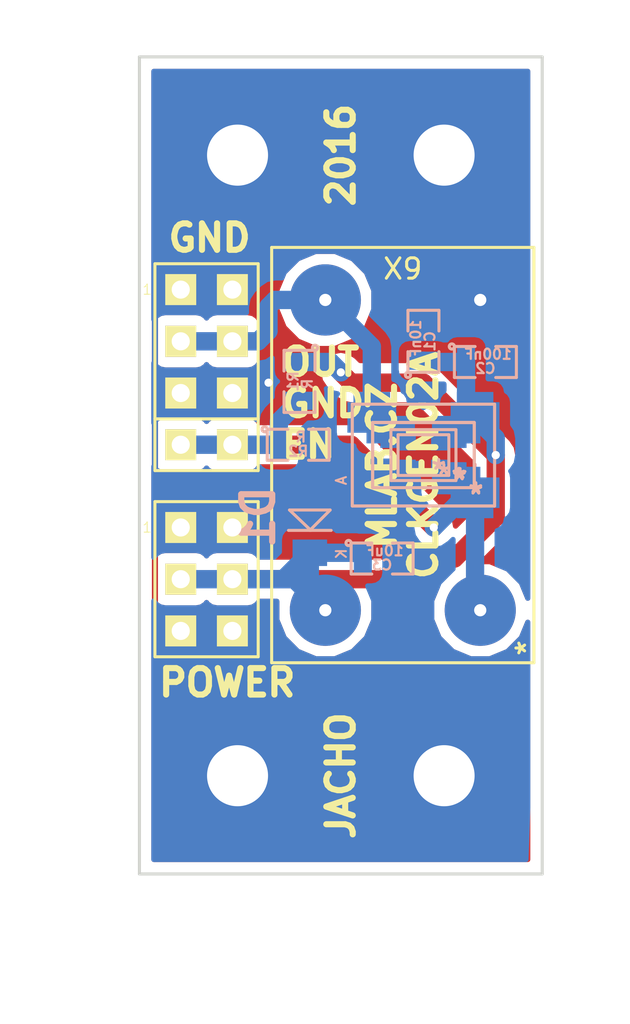
<source format=kicad_pcb>
(kicad_pcb (version 4) (host pcbnew 4.0.3-stable)

  (general
    (links 58)
    (no_connects 0)
    (area -6.604 -43.18 24.384001 7.112001)
    (thickness 1.6)
    (drawings 13)
    (tracks 76)
    (zones 0)
    (modules 21)
    (nets 5)
  )

  (page A4)
  (layers
    (0 F.Cu signal)
    (31 B.Cu signal)
    (32 B.Adhes user)
    (33 F.Adhes user)
    (34 B.Paste user)
    (35 F.Paste user)
    (36 B.SilkS user)
    (37 F.SilkS user)
    (38 B.Mask user)
    (39 F.Mask user)
    (40 Dwgs.User user)
    (41 Cmts.User user)
    (42 Eco1.User user)
    (43 Eco2.User user)
    (44 Edge.Cuts user)
    (45 Margin user)
    (46 B.CrtYd user)
    (47 F.CrtYd user)
    (48 B.Fab user)
    (49 F.Fab user)
  )

  (setup
    (last_trace_width 0.25)
    (user_trace_width 0.3)
    (user_trace_width 0.4)
    (user_trace_width 0.5)
    (user_trace_width 0.6)
    (user_trace_width 0.7)
    (user_trace_width 0.8)
    (user_trace_width 0.9)
    (trace_clearance 0.2)
    (zone_clearance 0.508)
    (zone_45_only no)
    (trace_min 0.2)
    (segment_width 0.2)
    (edge_width 0.15)
    (via_size 0.8)
    (via_drill 0.4)
    (via_min_size 0.4)
    (via_min_drill 0.3)
    (uvia_size 0.3)
    (uvia_drill 0.1)
    (uvias_allowed no)
    (uvia_min_size 0.2)
    (uvia_min_drill 0.1)
    (pcb_text_width 0.3)
    (pcb_text_size 1.5 1.5)
    (mod_edge_width 0.15)
    (mod_text_size 1 1)
    (mod_text_width 0.15)
    (pad_size 6 6)
    (pad_drill 3)
    (pad_to_mask_clearance 0.2)
    (aux_axis_origin 0 0)
    (visible_elements 7FFFFF7F)
    (pcbplotparams
      (layerselection 0x010e0_80000001)
      (usegerberextensions false)
      (excludeedgelayer true)
      (linewidth 0.500000)
      (plotframeref false)
      (viasonmask false)
      (mode 1)
      (useauxorigin false)
      (hpglpennumber 1)
      (hpglpenspeed 20)
      (hpglpendiameter 15)
      (hpglpenoverlay 2)
      (psnegative false)
      (psa4output false)
      (plotreference true)
      (plotvalue true)
      (plotinvisibletext false)
      (padsonsilk false)
      (subtractmaskfromsilk false)
      (outputformat 1)
      (mirror false)
      (drillshape 0)
      (scaleselection 1)
      (outputdirectory ../CAM_PROFI/))
  )

  (net 0 "")
  (net 1 VCC)
  (net 2 GND)
  (net 3 /EN)
  (net 4 /OUT)

  (net_class Default "Toto je výchozí třída sítě."
    (clearance 0.2)
    (trace_width 0.25)
    (via_dia 0.8)
    (via_drill 0.4)
    (uvia_dia 0.3)
    (uvia_drill 0.1)
    (add_net /EN)
    (add_net /OUT)
    (add_net GND)
    (add_net VCC)
  )

  (module Mlab_R:SMD-0805 (layer B.Cu) (tedit 54799E0C) (tstamp 57D25475)
    (at 14.224 -26.416 90)
    (path /57D269CE)
    (attr smd)
    (fp_text reference C1 (at 0 0.3175 90) (layer B.SilkS)
      (effects (font (size 0.50038 0.50038) (thickness 0.10922)) (justify mirror))
    )
    (fp_text value 10nF (at 0.127 -0.381 90) (layer B.SilkS)
      (effects (font (size 0.50038 0.50038) (thickness 0.10922)) (justify mirror))
    )
    (fp_circle (center -1.651 -0.762) (end -1.651 -0.635) (layer B.SilkS) (width 0.15))
    (fp_line (start -0.508 -0.762) (end -1.524 -0.762) (layer B.SilkS) (width 0.15))
    (fp_line (start -1.524 -0.762) (end -1.524 0.762) (layer B.SilkS) (width 0.15))
    (fp_line (start -1.524 0.762) (end -0.508 0.762) (layer B.SilkS) (width 0.15))
    (fp_line (start 0.508 0.762) (end 1.524 0.762) (layer B.SilkS) (width 0.15))
    (fp_line (start 1.524 0.762) (end 1.524 -0.762) (layer B.SilkS) (width 0.15))
    (fp_line (start 1.524 -0.762) (end 0.508 -0.762) (layer B.SilkS) (width 0.15))
    (pad 1 smd rect (at -0.9525 0 90) (size 0.889 1.397) (layers B.Cu B.Paste B.Mask)
      (net 1 VCC))
    (pad 2 smd rect (at 0.9525 0 90) (size 0.889 1.397) (layers B.Cu B.Paste B.Mask)
      (net 2 GND))
    (model MLAB_3D/Resistors/chip_cms.wrl
      (at (xyz 0 0 0))
      (scale (xyz 0.1 0.1 0.1))
      (rotate (xyz 0 0 0))
    )
  )

  (module Mlab_R:SMD-0805 (layer B.Cu) (tedit 54799E0C) (tstamp 57D2547B)
    (at 17.272 -25.4)
    (path /57D26AA8)
    (attr smd)
    (fp_text reference C2 (at 0 0.3175) (layer B.SilkS)
      (effects (font (size 0.50038 0.50038) (thickness 0.10922)) (justify mirror))
    )
    (fp_text value 100nF (at 0.127 -0.381) (layer B.SilkS)
      (effects (font (size 0.50038 0.50038) (thickness 0.10922)) (justify mirror))
    )
    (fp_circle (center -1.651 -0.762) (end -1.651 -0.635) (layer B.SilkS) (width 0.15))
    (fp_line (start -0.508 -0.762) (end -1.524 -0.762) (layer B.SilkS) (width 0.15))
    (fp_line (start -1.524 -0.762) (end -1.524 0.762) (layer B.SilkS) (width 0.15))
    (fp_line (start -1.524 0.762) (end -0.508 0.762) (layer B.SilkS) (width 0.15))
    (fp_line (start 0.508 0.762) (end 1.524 0.762) (layer B.SilkS) (width 0.15))
    (fp_line (start 1.524 0.762) (end 1.524 -0.762) (layer B.SilkS) (width 0.15))
    (fp_line (start 1.524 -0.762) (end 0.508 -0.762) (layer B.SilkS) (width 0.15))
    (pad 1 smd rect (at -0.9525 0) (size 0.889 1.397) (layers B.Cu B.Paste B.Mask)
      (net 1 VCC))
    (pad 2 smd rect (at 0.9525 0) (size 0.889 1.397) (layers B.Cu B.Paste B.Mask)
      (net 2 GND))
    (model MLAB_3D/Resistors/chip_cms.wrl
      (at (xyz 0 0 0))
      (scale (xyz 0.1 0.1 0.1))
      (rotate (xyz 0 0 0))
    )
  )

  (module Mlab_R:SMD-0805 (layer B.Cu) (tedit 54799E0C) (tstamp 57D25481)
    (at 12.192 -15.748)
    (path /57D26AEE)
    (attr smd)
    (fp_text reference C3 (at 0 0.3175) (layer B.SilkS)
      (effects (font (size 0.50038 0.50038) (thickness 0.10922)) (justify mirror))
    )
    (fp_text value 10uF (at 0.127 -0.381) (layer B.SilkS)
      (effects (font (size 0.50038 0.50038) (thickness 0.10922)) (justify mirror))
    )
    (fp_circle (center -1.651 -0.762) (end -1.651 -0.635) (layer B.SilkS) (width 0.15))
    (fp_line (start -0.508 -0.762) (end -1.524 -0.762) (layer B.SilkS) (width 0.15))
    (fp_line (start -1.524 -0.762) (end -1.524 0.762) (layer B.SilkS) (width 0.15))
    (fp_line (start -1.524 0.762) (end -0.508 0.762) (layer B.SilkS) (width 0.15))
    (fp_line (start 0.508 0.762) (end 1.524 0.762) (layer B.SilkS) (width 0.15))
    (fp_line (start 1.524 0.762) (end 1.524 -0.762) (layer B.SilkS) (width 0.15))
    (fp_line (start 1.524 -0.762) (end 0.508 -0.762) (layer B.SilkS) (width 0.15))
    (pad 1 smd rect (at -0.9525 0) (size 0.889 1.397) (layers B.Cu B.Paste B.Mask)
      (net 1 VCC))
    (pad 2 smd rect (at 0.9525 0) (size 0.889 1.397) (layers B.Cu B.Paste B.Mask)
      (net 2 GND))
    (model MLAB_3D/Resistors/chip_cms.wrl
      (at (xyz 0 0 0))
      (scale (xyz 0.1 0.1 0.1))
      (rotate (xyz 0 0 0))
    )
  )

  (module Mlab_Pin_Headers:Straight_2x03 (layer F.Cu) (tedit 55DC1460) (tstamp 57D25491)
    (at 3.556 -14.732)
    (descr "pin header straight 2x03")
    (tags "pin header straight 2x03")
    (path /57D2642C)
    (fp_text reference J1 (at 0 -5.08) (layer F.SilkS) hide
      (effects (font (size 1.5 1.5) (thickness 0.15)))
    )
    (fp_text value JUMP_3X2 (at 0 5.08) (layer F.SilkS) hide
      (effects (font (size 1.5 1.5) (thickness 0.15)))
    )
    (fp_text user 1 (at -2.921 -2.54) (layer F.SilkS)
      (effects (font (size 0.5 0.5) (thickness 0.05)))
    )
    (fp_line (start -2.54 -3.81) (end 2.54 -3.81) (layer F.SilkS) (width 0.15))
    (fp_line (start 2.54 -3.81) (end 2.54 3.81) (layer F.SilkS) (width 0.15))
    (fp_line (start 2.54 3.81) (end -2.54 3.81) (layer F.SilkS) (width 0.15))
    (fp_line (start -2.54 3.81) (end -2.54 -3.81) (layer F.SilkS) (width 0.15))
    (pad 1 thru_hole rect (at -1.27 -2.54) (size 1.524 1.524) (drill 0.889) (layers *.Cu *.Mask F.SilkS)
      (net 2 GND))
    (pad 2 thru_hole rect (at 1.27 -2.54) (size 1.524 1.524) (drill 0.889) (layers *.Cu *.Mask F.SilkS)
      (net 2 GND))
    (pad 3 thru_hole rect (at -1.27 0) (size 1.524 1.524) (drill 0.889) (layers *.Cu *.Mask F.SilkS)
      (net 1 VCC))
    (pad 4 thru_hole rect (at 1.27 0) (size 1.524 1.524) (drill 0.889) (layers *.Cu *.Mask F.SilkS)
      (net 1 VCC))
    (pad 5 thru_hole rect (at -1.27 2.54) (size 1.524 1.524) (drill 0.889) (layers *.Cu *.Mask F.SilkS)
      (net 2 GND))
    (pad 6 thru_hole rect (at 1.27 2.54) (size 1.524 1.524) (drill 0.889) (layers *.Cu *.Mask F.SilkS)
      (net 2 GND))
    (model Pin_Headers/Pin_Header_Straight_2x03.wrl
      (at (xyz 0 0 0))
      (scale (xyz 1 1 1))
      (rotate (xyz 0 0 90))
    )
  )

  (module Mlab_Pin_Headers:Straight_2x03 (layer F.Cu) (tedit 55DC1460) (tstamp 57D254A0)
    (at 3.556 -26.416)
    (descr "pin header straight 2x03")
    (tags "pin header straight 2x03")
    (path /57D273F3)
    (fp_text reference J3 (at 0 -5.08) (layer F.SilkS) hide
      (effects (font (size 1.5 1.5) (thickness 0.15)))
    )
    (fp_text value JUMP_3X2 (at 0 5.08) (layer F.SilkS) hide
      (effects (font (size 1.5 1.5) (thickness 0.15)))
    )
    (fp_text user 1 (at -2.921 -2.54) (layer F.SilkS)
      (effects (font (size 0.5 0.5) (thickness 0.05)))
    )
    (fp_line (start -2.54 -3.81) (end 2.54 -3.81) (layer F.SilkS) (width 0.15))
    (fp_line (start 2.54 -3.81) (end 2.54 3.81) (layer F.SilkS) (width 0.15))
    (fp_line (start 2.54 3.81) (end -2.54 3.81) (layer F.SilkS) (width 0.15))
    (fp_line (start -2.54 3.81) (end -2.54 -3.81) (layer F.SilkS) (width 0.15))
    (pad 1 thru_hole rect (at -1.27 -2.54) (size 1.524 1.524) (drill 0.889) (layers *.Cu *.Mask F.SilkS)
      (net 2 GND))
    (pad 2 thru_hole rect (at 1.27 -2.54) (size 1.524 1.524) (drill 0.889) (layers *.Cu *.Mask F.SilkS)
      (net 2 GND))
    (pad 3 thru_hole rect (at -1.27 0) (size 1.524 1.524) (drill 0.889) (layers *.Cu *.Mask F.SilkS)
      (net 4 /OUT))
    (pad 4 thru_hole rect (at 1.27 0) (size 1.524 1.524) (drill 0.889) (layers *.Cu *.Mask F.SilkS)
      (net 4 /OUT))
    (pad 5 thru_hole rect (at -1.27 2.54) (size 1.524 1.524) (drill 0.889) (layers *.Cu *.Mask F.SilkS)
      (net 2 GND))
    (pad 6 thru_hole rect (at 1.27 2.54) (size 1.524 1.524) (drill 0.889) (layers *.Cu *.Mask F.SilkS)
      (net 2 GND))
    (model Pin_Headers/Pin_Header_Straight_2x03.wrl
      (at (xyz 0 0 0))
      (scale (xyz 1 1 1))
      (rotate (xyz 0 0 90))
    )
  )

  (module Mlab_Mechanical:MountingHole_3mm placed (layer F.Cu) (tedit 5535DB2C) (tstamp 57D254A5)
    (at 5.08 -5.08)
    (descr "Mounting hole, Befestigungsbohrung, 3mm, No Annular, Kein Restring,")
    (tags "Mounting hole, Befestigungsbohrung, 3mm, No Annular, Kein Restring,")
    (path /57D299A2)
    (fp_text reference M1 (at 0 -4.191) (layer F.SilkS) hide
      (effects (font (thickness 0.3048)))
    )
    (fp_text value HOLE (at 0 4.191) (layer F.SilkS) hide
      (effects (font (thickness 0.3048)))
    )
    (fp_circle (center 0 0) (end 2.99974 0) (layer Cmts.User) (width 0.381))
    (pad 1 thru_hole circle (at 0 0) (size 6 6) (drill 3) (layers *.Cu *.Adhes *.Mask)
      (net 2 GND) (clearance 1) (zone_connect 2))
  )

  (module Mlab_Mechanical:MountingHole_3mm placed (layer F.Cu) (tedit 5535DB2C) (tstamp 57D254AA)
    (at 5.08 -35.56)
    (descr "Mounting hole, Befestigungsbohrung, 3mm, No Annular, Kein Restring,")
    (tags "Mounting hole, Befestigungsbohrung, 3mm, No Annular, Kein Restring,")
    (path /57D2A387)
    (fp_text reference M2 (at 0 -4.191) (layer F.SilkS) hide
      (effects (font (thickness 0.3048)))
    )
    (fp_text value HOLE (at 0 4.191) (layer F.SilkS) hide
      (effects (font (thickness 0.3048)))
    )
    (fp_circle (center 0 0) (end 2.99974 0) (layer Cmts.User) (width 0.381))
    (pad 1 thru_hole circle (at 0 0) (size 6 6) (drill 3) (layers *.Cu *.Adhes *.Mask)
      (net 2 GND) (clearance 1) (zone_connect 2))
  )

  (module Mlab_Mechanical:MountingHole_3mm placed (layer F.Cu) (tedit 5535DB2C) (tstamp 57D254AF)
    (at 15.24 -5.08)
    (descr "Mounting hole, Befestigungsbohrung, 3mm, No Annular, Kein Restring,")
    (tags "Mounting hole, Befestigungsbohrung, 3mm, No Annular, Kein Restring,")
    (path /57D2A075)
    (fp_text reference M3 (at 0 -4.191) (layer F.SilkS) hide
      (effects (font (thickness 0.3048)))
    )
    (fp_text value HOLE (at 0 4.191) (layer F.SilkS) hide
      (effects (font (thickness 0.3048)))
    )
    (fp_circle (center 0 0) (end 2.99974 0) (layer Cmts.User) (width 0.381))
    (pad 1 thru_hole circle (at 0 0) (size 6 6) (drill 3) (layers *.Cu *.Adhes *.Mask)
      (net 2 GND) (clearance 1) (zone_connect 2))
  )

  (module Mlab_Mechanical:MountingHole_3mm placed (layer F.Cu) (tedit 5535DB2C) (tstamp 57D254B4)
    (at 15.24 -35.56)
    (descr "Mounting hole, Befestigungsbohrung, 3mm, No Annular, Kein Restring,")
    (tags "Mounting hole, Befestigungsbohrung, 3mm, No Annular, Kein Restring,")
    (path /57D2A395)
    (fp_text reference M4 (at 0 -4.191) (layer F.SilkS) hide
      (effects (font (thickness 0.3048)))
    )
    (fp_text value HOLE (at 0 4.191) (layer F.SilkS) hide
      (effects (font (thickness 0.3048)))
    )
    (fp_circle (center 0 0) (end 2.99974 0) (layer Cmts.User) (width 0.381))
    (pad 1 thru_hole circle (at 0 0) (size 6 6) (drill 3) (layers *.Cu *.Adhes *.Mask)
      (net 2 GND) (clearance 1) (zone_connect 2))
  )

  (module Mlab_R:SMD-0805 (layer B.Cu) (tedit 54799E0C) (tstamp 57D254BA)
    (at 8.128 -24.4475 270)
    (path /57D25C77)
    (attr smd)
    (fp_text reference R1 (at 0 0.3175 270) (layer B.SilkS)
      (effects (font (size 0.50038 0.50038) (thickness 0.10922)) (justify mirror))
    )
    (fp_text value R (at 0.127 -0.381 270) (layer B.SilkS)
      (effects (font (size 0.50038 0.50038) (thickness 0.10922)) (justify mirror))
    )
    (fp_circle (center -1.651 -0.762) (end -1.651 -0.635) (layer B.SilkS) (width 0.15))
    (fp_line (start -0.508 -0.762) (end -1.524 -0.762) (layer B.SilkS) (width 0.15))
    (fp_line (start -1.524 -0.762) (end -1.524 0.762) (layer B.SilkS) (width 0.15))
    (fp_line (start -1.524 0.762) (end -0.508 0.762) (layer B.SilkS) (width 0.15))
    (fp_line (start 0.508 0.762) (end 1.524 0.762) (layer B.SilkS) (width 0.15))
    (fp_line (start 1.524 0.762) (end 1.524 -0.762) (layer B.SilkS) (width 0.15))
    (fp_line (start 1.524 -0.762) (end 0.508 -0.762) (layer B.SilkS) (width 0.15))
    (pad 1 smd rect (at -0.9525 0 270) (size 0.889 1.397) (layers B.Cu B.Paste B.Mask)
      (net 1 VCC))
    (pad 2 smd rect (at 0.9525 0 270) (size 0.889 1.397) (layers B.Cu B.Paste B.Mask)
      (net 3 /EN))
    (model MLAB_3D/Resistors/chip_cms.wrl
      (at (xyz 0 0 0))
      (scale (xyz 0.1 0.1 0.1))
      (rotate (xyz 0 0 0))
    )
  )

  (module Mlab_R:SMD-0805 (layer B.Cu) (tedit 54799E0C) (tstamp 57D254C0)
    (at 8.0645 -21.336)
    (path /57D25CC8)
    (attr smd)
    (fp_text reference R2 (at 0 0.3175) (layer B.SilkS)
      (effects (font (size 0.50038 0.50038) (thickness 0.10922)) (justify mirror))
    )
    (fp_text value R (at 0.127 -0.381) (layer B.SilkS)
      (effects (font (size 0.50038 0.50038) (thickness 0.10922)) (justify mirror))
    )
    (fp_circle (center -1.651 -0.762) (end -1.651 -0.635) (layer B.SilkS) (width 0.15))
    (fp_line (start -0.508 -0.762) (end -1.524 -0.762) (layer B.SilkS) (width 0.15))
    (fp_line (start -1.524 -0.762) (end -1.524 0.762) (layer B.SilkS) (width 0.15))
    (fp_line (start -1.524 0.762) (end -0.508 0.762) (layer B.SilkS) (width 0.15))
    (fp_line (start 0.508 0.762) (end 1.524 0.762) (layer B.SilkS) (width 0.15))
    (fp_line (start 1.524 0.762) (end 1.524 -0.762) (layer B.SilkS) (width 0.15))
    (fp_line (start 1.524 -0.762) (end 0.508 -0.762) (layer B.SilkS) (width 0.15))
    (pad 1 smd rect (at -0.9525 0) (size 0.889 1.397) (layers B.Cu B.Paste B.Mask)
      (net 3 /EN))
    (pad 2 smd rect (at 0.9525 0) (size 0.889 1.397) (layers B.Cu B.Paste B.Mask)
      (net 2 GND))
    (model MLAB_3D/Resistors/chip_cms.wrl
      (at (xyz 0 0 0))
      (scale (xyz 0.1 0.1 0.1))
      (rotate (xyz 0 0 0))
    )
  )

  (module Mlab_XTAL:ASFL1 (layer B.Cu) (tedit 57D290C2) (tstamp 57D254CD)
    (at 14.224 -20.828 180)
    (path /57D140B9)
    (fp_text reference X1 (at 0 2.794 180) (layer B.SilkS) hide
      (effects (font (size 1 1) (thickness 0.15)) (justify mirror))
    )
    (fp_text value "ASFL1, ASFLK" (at 0 -2.794 180) (layer B.SilkS) hide
      (effects (font (size 1 1) (thickness 0.15)) (justify mirror))
    )
    (fp_text user * (at -1.7399 -1.1938 180) (layer B.SilkS)
      (effects (font (size 1 1) (thickness 0.15)) (justify mirror))
    )
    (fp_line (start -2.5 1.6) (end 2.5 1.6) (layer B.SilkS) (width 0.15))
    (fp_line (start 2.5 1.6) (end 2.5 -1.6) (layer B.SilkS) (width 0.15))
    (fp_line (start 2.5 -1.6) (end -2.5 -1.6) (layer B.SilkS) (width 0.15))
    (fp_line (start -2.5 -1.6) (end -2.5 1.6) (layer B.SilkS) (width 0.15))
    (pad 1 smd rect (at -1.27 -1.1 180) (size 1.7 1.5) (layers B.Cu B.Paste B.Mask)
      (net 3 /EN))
    (pad 2 smd rect (at 1.27 -1.1 180) (size 1.7 1.5) (layers B.Cu B.Paste B.Mask)
      (net 2 GND))
    (pad 3 smd rect (at 1.27 1.1 180) (size 1.7 1.5) (layers B.Cu B.Paste B.Mask)
      (net 4 /OUT))
    (pad 4 smd rect (at -1.27 1.1 180) (size 1.7 1.5) (layers B.Cu B.Paste B.Mask)
      (net 1 VCC))
  )

  (module Mlab_XTAL:CFPS-72,73 (layer B.Cu) (tedit 57D290D2) (tstamp 57D254DA)
    (at 14.224 -20.828 180)
    (tags CFPS-72,73)
    (path /57D14167)
    (fp_text reference X2 (at 1.1811 1.4351 180) (layer B.SilkS) hide
      (effects (font (size 1 1) (thickness 0.15)) (justify mirror))
    )
    (fp_text value CFPS-72,CFPS-73 (at 1.1557 -0.254 180) (layer B.SilkS) hide
      (effects (font (size 1 1) (thickness 0.15)) (justify mirror))
    )
    (fp_text user * (at -2.5781 -1.905 180) (layer B.SilkS)
      (effects (font (size 1 1) (thickness 0.15)) (justify mirror))
    )
    (fp_line (start -3.5 2.5) (end 3.5 2.5) (layer B.SilkS) (width 0.15))
    (fp_line (start 3.5 2.5) (end 3.5 -2.5) (layer B.SilkS) (width 0.15))
    (fp_line (start 3.5 -2.5) (end -3.5 -2.5) (layer B.SilkS) (width 0.15))
    (fp_line (start -3.5 -2.5) (end -3.5 2.5) (layer B.SilkS) (width 0.15))
    (pad 1 smd rect (at -2.54 -2.1 180) (size 1.8 2) (layers B.Cu B.Paste B.Mask)
      (net 3 /EN))
    (pad 2 smd rect (at 2.54 -2.1 180) (size 1.8 2) (layers B.Cu B.Paste B.Mask)
      (net 2 GND))
    (pad 3 smd rect (at 2.54 2.1 180) (size 1.8 2) (layers B.Cu B.Paste B.Mask)
      (net 4 /OUT))
    (pad 4 smd rect (at -2.54 2.1 180) (size 1.8 2) (layers B.Cu B.Paste B.Mask)
      (net 1 VCC))
  )

  (module Mlab_XTAL:ISM92 (layer B.Cu) (tedit 57D290B6) (tstamp 57D254E7)
    (at 14.224 -20.828 180)
    (tags ISM92)
    (path /57D1428F)
    (fp_text reference X3 (at 0.3048 2.7178 180) (layer B.SilkS) hide
      (effects (font (size 1 1) (thickness 0.15)) (justify mirror))
    )
    (fp_text value ISM92 (at 1.5494 -2.794 180) (layer B.SilkS) hide
      (effects (font (size 1 1) (thickness 0.15)) (justify mirror))
    )
    (fp_text user * (at -1.8034 -1.2065 180) (layer B.SilkS)
      (effects (font (size 1 1) (thickness 0.15)) (justify mirror))
    )
    (fp_line (start -2.5 1.6) (end 2.5 1.6) (layer B.SilkS) (width 0.15))
    (fp_line (start 2.5 1.6) (end 2.5 -1.6) (layer B.SilkS) (width 0.15))
    (fp_line (start 2.5 -1.6) (end -2.5 -1.6) (layer B.SilkS) (width 0.15))
    (fp_line (start -2.5 -1.6) (end -2.5 1.6) (layer B.SilkS) (width 0.15))
    (pad 1 smd rect (at -1.45 -1.25 180) (size 1.6 1.35) (layers B.Cu B.Paste B.Mask)
      (net 3 /EN))
    (pad 2 smd rect (at 1.45 -1.25 180) (size 1.6 1.35) (layers B.Cu B.Paste B.Mask)
      (net 2 GND))
    (pad 3 smd rect (at 1.45 1.25 180) (size 1.6 1.35) (layers B.Cu B.Paste B.Mask)
      (net 4 /OUT))
    (pad 4 smd rect (at -1.45 1.25 180) (size 1.6 1.35) (layers B.Cu B.Paste B.Mask)
      (net 1 VCC))
  )

  (module Mlab_XTAL:ISM97 (layer B.Cu) (tedit 57D290DA) (tstamp 57D254F4)
    (at 14.224 -20.828 180)
    (tags ISM97)
    (path /57D144BA)
    (fp_text reference X4 (at 0.9144 1.9177 180) (layer B.SilkS) hide
      (effects (font (size 1 1) (thickness 0.15)) (justify mirror))
    )
    (fp_text value ISM97 (at 1.4351 -2.0066 180) (layer B.SilkS) hide
      (effects (font (size 1 1) (thickness 0.15)) (justify mirror))
    )
    (fp_text user * (at -1.0033 -1.0033 180) (layer B.SilkS)
      (effects (font (size 1 1) (thickness 0.15)) (justify mirror))
    )
    (fp_line (start -1.6 1.25) (end 1.6 1.25) (layer B.SilkS) (width 0.15))
    (fp_line (start 1.6 1.25) (end 1.6 -1.25) (layer B.SilkS) (width 0.15))
    (fp_line (start 1.6 -1.25) (end -1.6 -1.25) (layer B.SilkS) (width 0.15))
    (fp_line (start -1.6 -1.25) (end -1.6 1.25) (layer B.SilkS) (width 0.15))
    (pad 1 smd rect (at -1.3 -1 180) (size 1.4 1.3) (layers B.Cu B.Paste B.Mask)
      (net 3 /EN))
    (pad 2 smd rect (at 1.3 -1 180) (size 1.4 1.3) (layers B.Cu B.Paste B.Mask)
      (net 2 GND))
    (pad 3 smd rect (at 1.3 1 180) (size 1.4 1.3) (layers B.Cu B.Paste B.Mask)
      (net 4 /OUT))
    (pad 4 smd rect (at -1.3 1 180) (size 1.4 1.3) (layers B.Cu B.Paste B.Mask)
      (net 1 VCC))
  )

  (module Mlab_XTAL:I533_1534_1733_1734 (layer B.Cu) (tedit 57D290C9) (tstamp 57D2550E)
    (at 14.224 -20.828 180)
    (tags I533/1534/1733/1734)
    (path /57D141F8)
    (fp_text reference X6 (at 0.254 0.5334 180) (layer B.SilkS) hide
      (effects (font (size 1 1) (thickness 0.15)) (justify mirror))
    )
    (fp_text value I533_I534_I733_I734_Series (at 0.889 -3.1496 180) (layer B.SilkS) hide
      (effects (font (size 1 1) (thickness 0.15)) (justify mirror))
    )
    (fp_text user * (at -1.7653 -1.2827 180) (layer B.SilkS)
      (effects (font (size 1 1) (thickness 0.15)) (justify mirror))
    )
    (fp_line (start -2.5 1.6) (end 2.5 1.6) (layer B.SilkS) (width 0.15))
    (fp_line (start 2.5 1.6) (end 2.5 -1.6) (layer B.SilkS) (width 0.15))
    (fp_line (start 2.5 -1.6) (end -2.5 -1.6) (layer B.SilkS) (width 0.15))
    (fp_line (start -2.5 -1.6) (end -2.5 1.6) (layer B.SilkS) (width 0.15))
    (pad 1 smd rect (at -2 -1.25 180) (size 1.6 1.35) (layers B.Cu B.Paste B.Mask)
      (net 3 /EN))
    (pad 2 smd rect (at 2 -1.25 180) (size 1.6 1.35) (layers B.Cu B.Paste B.Mask)
      (net 2 GND))
    (pad 3 smd rect (at 2 1.25 180) (size 1.6 1.35) (layers B.Cu B.Paste B.Mask)
      (net 4 /OUT))
    (pad 4 smd rect (at -2 1.25 180) (size 1.6 1.35) (layers B.Cu B.Paste B.Mask)
      (net 1 VCC))
  )

  (module Mlab_XTAL:ISM81 (layer B.Cu) (tedit 57D290CE) (tstamp 57D2551B)
    (at 14.224 -20.828 180)
    (tags ISM81)
    (path /57D1425E)
    (fp_text reference X7 (at -0.127 1.5113 180) (layer B.SilkS) hide
      (effects (font (size 1 1) (thickness 0.15)) (justify mirror))
    )
    (fp_text value ISM81 (at 0.6096 -0.635 180) (layer B.SilkS) hide
      (effects (font (size 1 1) (thickness 0.15)) (justify mirror))
    )
    (fp_text user * (at -2.5781 -1.9812 180) (layer B.SilkS)
      (effects (font (size 1 1) (thickness 0.15)) (justify mirror))
    )
    (fp_line (start -3.5 2.5) (end 3.5 2.5) (layer B.SilkS) (width 0.15))
    (fp_line (start 3.5 2.5) (end 3.5 -2.5) (layer B.SilkS) (width 0.15))
    (fp_line (start 3.5 -2.5) (end -3.5 -2.5) (layer B.SilkS) (width 0.15))
    (fp_line (start -3.5 -2.5) (end -3.5 2.5) (layer B.SilkS) (width 0.15))
    (pad 1 smd rect (at -2.54 -1.85 180) (size 2.4 1.5) (layers B.Cu B.Paste B.Mask)
      (net 3 /EN))
    (pad 2 smd rect (at 2.54 -1.85 180) (size 2.4 1.5) (layers B.Cu B.Paste B.Mask)
      (net 2 GND))
    (pad 3 smd rect (at 2.54 1.85 180) (size 2.4 1.5) (layers B.Cu B.Paste B.Mask)
      (net 4 /OUT))
    (pad 4 smd rect (at -2.54 1.85 180) (size 2.4 1.5) (layers B.Cu B.Paste B.Mask)
      (net 1 VCC))
  )

  (module Mlab_XTAL:ISM95 (layer B.Cu) (tedit 57D290D6) (tstamp 57D25528)
    (at 14.224 -20.828 180)
    (tags ISM95)
    (path /57D14302)
    (fp_text reference X8 (at 0.9144 1.9177 180) (layer B.SilkS) hide
      (effects (font (size 1 1) (thickness 0.15)) (justify mirror))
    )
    (fp_text value ISM95 (at 1.4351 -2.0066 180) (layer B.SilkS) hide
      (effects (font (size 1 1) (thickness 0.15)) (justify mirror))
    )
    (fp_text user * (at -0.7493 -0.762 180) (layer B.SilkS)
      (effects (font (size 1 1) (thickness 0.15)) (justify mirror))
    )
    (fp_line (start -1.25 1) (end 1.25 1) (layer B.SilkS) (width 0.15))
    (fp_line (start 1.25 1) (end 1.25 -1) (layer B.SilkS) (width 0.15))
    (fp_line (start 1.25 -1) (end -1.25 -1) (layer B.SilkS) (width 0.15))
    (fp_line (start -1.25 -1) (end -1.25 1) (layer B.SilkS) (width 0.15))
    (pad 1 smd rect (at -0.825 -0.625 180) (size 0.9 0.8) (layers B.Cu B.Paste B.Mask)
      (net 3 /EN))
    (pad 2 smd rect (at 0.825 -0.625 180) (size 0.9 0.8) (layers B.Cu B.Paste B.Mask)
      (net 2 GND))
    (pad 3 smd rect (at 0.825 0.625 180) (size 0.9 0.8) (layers B.Cu B.Paste B.Mask)
      (net 4 /OUT))
    (pad 4 smd rect (at -0.825 0.625 180) (size 0.9 0.8) (layers B.Cu B.Paste B.Mask)
      (net 1 VCC))
  )

  (module Mlab_XTAL:OSC-F (layer F.Cu) (tedit 57D64AB1) (tstamp 57D25535)
    (at 13.208 -20.828 90)
    (tags OSC-F)
    (path /57D2949D)
    (fp_text reference X9 (at 9.144 0 180) (layer F.SilkS)
      (effects (font (size 1 1) (thickness 0.15)))
    )
    (fp_text value OSC-F (at 0.6731 1.0033 90) (layer F.SilkS) hide
      (effects (font (size 1 1) (thickness 0.15)))
    )
    (fp_text user * (at -9.4742 6.1087 90) (layer F.SilkS)
      (effects (font (size 1 1) (thickness 0.15)))
    )
    (fp_line (start -10.2 -6.45) (end 10.2 -6.45) (layer F.SilkS) (width 0.15))
    (fp_line (start 10.2 -6.45) (end 10.2 6.45) (layer F.SilkS) (width 0.15))
    (fp_line (start 10.2 6.45) (end -10.2 6.45) (layer F.SilkS) (width 0.15))
    (fp_line (start -10.2 6.45) (end -10.2 -6.45) (layer F.SilkS) (width 0.15))
    (pad 1 thru_hole circle (at -7.62 3.81 90) (size 3.5 3.5) (drill 0.6) (layers *.Cu *.Mask)
      (net 3 /EN))
    (pad 2 thru_hole circle (at 7.62 3.81 90) (size 3.5 3.5) (drill 0.6) (layers *.Cu *.Mask)
      (net 2 GND))
    (pad 3 thru_hole circle (at 7.62 -3.81 90) (size 3.5 3.5) (drill 0.6) (layers *.Cu *.Mask)
      (net 4 /OUT))
    (pad 4 thru_hole circle (at -7.62 -3.81 90) (size 3.5 3.5) (drill 0.6) (layers *.Cu *.Mask)
      (net 1 VCC))
  )

  (module Mlab_Pin_Headers:Straight_1x02 (layer F.Cu) (tedit 5535DB0D) (tstamp 57D25622)
    (at 3.556 -21.336 90)
    (descr "pin header straight 1x02")
    (tags "pin header straight 1x02")
    (path /57D25FB0)
    (fp_text reference J2 (at 0 -3.81 90) (layer F.SilkS) hide
      (effects (font (size 1.5 1.5) (thickness 0.15)))
    )
    (fp_text value JUMP_2x1 (at 0 3.81 90) (layer F.SilkS) hide
      (effects (font (size 1.5 1.5) (thickness 0.15)))
    )
    (fp_text user 1 (at -1.651 -1.27 90) (layer F.SilkS) hide
      (effects (font (size 0.5 0.5) (thickness 0.05)))
    )
    (fp_line (start -1.27 -2.54) (end 1.27 -2.54) (layer F.SilkS) (width 0.15))
    (fp_line (start 1.27 -2.54) (end 1.27 2.54) (layer F.SilkS) (width 0.15))
    (fp_line (start 1.27 2.54) (end -1.27 2.54) (layer F.SilkS) (width 0.15))
    (fp_line (start -1.27 2.54) (end -1.27 -2.54) (layer F.SilkS) (width 0.15))
    (pad 2 thru_hole rect (at 0 1.27 90) (size 1.524 1.524) (drill 0.889) (layers *.Cu *.Mask F.SilkS)
      (net 3 /EN))
    (pad 1 thru_hole rect (at 0 -1.27 90) (size 1.524 1.524) (drill 0.889) (layers *.Cu *.Mask F.SilkS)
      (net 3 /EN))
    (model Pin_Headers/Pin_Header_Straight_1x02.wrl
      (at (xyz 0 0 0))
      (scale (xyz 1 1 1))
      (rotate (xyz 0 0 90))
    )
  )

  (module Mlab_D:Diode-MiniMELF_Standard (layer B.Cu) (tedit 57D29160) (tstamp 57D25487)
    (at 8.636 -17.78 270)
    (descr "Diode Mini-MELF Standard")
    (tags "Diode Mini-MELF Standard")
    (path /57D26757)
    (attr smd)
    (fp_text reference D1 (at 0 2.54 270) (layer B.SilkS)
      (effects (font (thickness 0.3048)) (justify mirror))
    )
    (fp_text value BZV55C (at 0 -3.81 270) (layer B.SilkS) hide
      (effects (font (thickness 0.3048)) (justify mirror))
    )
    (fp_line (start 0.65024 -0.0508) (end -0.35052 1.00076) (layer B.SilkS) (width 0.15))
    (fp_line (start -0.35052 1.00076) (end -0.35052 -1.00076) (layer B.SilkS) (width 0.15))
    (fp_line (start -0.35052 -1.00076) (end 0.65024 0) (layer B.SilkS) (width 0.15))
    (fp_line (start 0.65024 1.04902) (end 0.65024 -1.04902) (layer B.SilkS) (width 0.15))
    (fp_text user A (at -1.80086 -1.5494 270) (layer B.SilkS)
      (effects (font (size 0.50038 0.50038) (thickness 0.09906)) (justify mirror))
    )
    (fp_text user K (at 1.80086 -1.5494 270) (layer B.SilkS)
      (effects (font (size 0.50038 0.50038) (thickness 0.09906)) (justify mirror))
    )
    (fp_circle (center 0 0) (end 0 -0.55118) (layer B.Adhes) (width 0.381))
    (fp_circle (center 0 0) (end 0 -0.20066) (layer B.Adhes) (width 0.381))
    (pad 2 smd rect (at -1.75006 0 270) (size 1.30048 1.69926) (layers B.Cu B.Paste B.Mask)
      (net 2 GND))
    (pad 1 smd rect (at 1.75006 0 270) (size 1.30048 1.69926) (layers B.Cu B.Paste B.Mask)
      (net 1 VCC))
    (model MLAB_3D/Diodes/MiniMELF_DO213AA.wrl
      (at (xyz 0 0 0))
      (scale (xyz 0.3937 0.3937 0.3937))
      (rotate (xyz 0 0 0))
    )
  )

  (gr_text CLKGEN02A (at 14.224 -20.32 90) (layer F.SilkS)
    (effects (font (size 1.3 1.3) (thickness 0.3)))
  )
  (gr_text 2016 (at 10.16 -35.56 90) (layer F.SilkS)
    (effects (font (size 1.3 1.3) (thickness 0.3)))
  )
  (gr_text JACHO (at 10.16 -5.08 90) (layer F.SilkS)
    (effects (font (size 1.3 1.3) (thickness 0.3)))
  )
  (gr_text MLAB.CZ (at 12.192 -20.32 90) (layer F.SilkS)
    (effects (font (size 1.3 1.3) (thickness 0.3)))
  )
  (gr_text GND (at 1.524 -31.496) (layer F.SilkS)
    (effects (font (size 1.3 1.3) (thickness 0.3)) (justify left))
  )
  (gr_text OUT (at 7.112 -25.4) (layer F.SilkS)
    (effects (font (size 1.3 1.3) (thickness 0.3)) (justify left))
  )
  (gr_text GND (at 7.112 -23.368) (layer F.SilkS)
    (effects (font (size 1.3 1.3) (thickness 0.3)) (justify left))
  )
  (gr_text EN (at 7.112 -21.336) (layer F.SilkS)
    (effects (font (size 1.3 1.3) (thickness 0.3)) (justify left))
  )
  (gr_text POWER (at 4.572 -9.652) (layer F.SilkS)
    (effects (font (size 1.3 1.3) (thickness 0.3)))
  )
  (gr_line (start 0.254 -40.386) (end 20.066 -40.386) (angle 90) (layer Edge.Cuts) (width 0.15))
  (gr_line (start 20.066 -0.254) (end 20.066 -40.386) (angle 90) (layer Edge.Cuts) (width 0.15))
  (gr_line (start 0.254 -0.254) (end 20.066 -0.254) (angle 90) (layer Edge.Cuts) (width 0.15))
  (gr_line (start 0.254 -40.386) (end 0.254 -0.254) (angle 90) (layer Edge.Cuts) (width 0.15))

  (segment (start 10.668 -24.384) (end 14.224 -24.384) (width 0.9) (layer F.Cu) (net 1))
  (segment (start 14.224 -24.384) (end 17.78 -20.828) (width 0.9) (layer F.Cu) (net 1))
  (segment (start 10.16 -24.892) (end 10.668 -24.384) (width 0.9) (layer F.Cu) (net 1))
  (segment (start 8.128 -25.4) (end 9.652 -25.4) (width 0.9) (layer B.Cu) (net 1))
  (segment (start 9.652 -25.4) (end 10.16 -24.892) (width 0.9) (layer B.Cu) (net 1))
  (via (at 10.16 -24.892) (size 0.8) (drill 0.4) (layers F.Cu B.Cu) (net 1))
  (via (at 17.78 -20.828) (size 0.8) (drill 0.4) (layers F.Cu B.Cu) (net 1))
  (segment (start 16.3195 -25.4) (end 14.2875 -25.4) (width 0.9) (layer B.Cu) (net 1))
  (segment (start 14.2875 -25.4) (end 14.224 -25.4635) (width 0.9) (layer B.Cu) (net 1))
  (segment (start 16.3195 -25.4) (end 16.3195 -23.1225) (width 0.9) (layer B.Cu) (net 1))
  (segment (start 16.3195 -23.1225) (end 16.764 -22.678) (width 0.9) (layer B.Cu) (net 1))
  (segment (start 17.78 -20.828) (end 17.78 -21.662) (width 0.9) (layer B.Cu) (net 1))
  (segment (start 17.78 -21.662) (end 16.764 -22.678) (width 0.9) (layer B.Cu) (net 1))
  (segment (start 15.832009 -15.832009) (end 17.78 -17.78) (width 0.9) (layer F.Cu) (net 1))
  (segment (start 17.78 -17.78) (end 17.78 -20.828) (width 0.9) (layer F.Cu) (net 1))
  (via (at 17.78 -20.828) (size 0.6) (drill 0.4) (layers F.Cu B.Cu) (net 1))
  (segment (start 15.748 -15.748) (end 15.832009 -15.832009) (width 0.9) (layer F.Cu) (net 1))
  (segment (start 14.763648 -15.748) (end 15.748 -15.748) (width 0.9) (layer F.Cu) (net 1))
  (segment (start 4.826 -14.732) (end 13.747648 -14.732) (width 0.9) (layer F.Cu) (net 1))
  (segment (start 13.747648 -14.732) (end 14.763648 -15.748) (width 0.9) (layer F.Cu) (net 1))
  (segment (start 8.636 -16.02994) (end 10.95756 -16.02994) (width 0.9) (layer B.Cu) (net 1))
  (segment (start 10.95756 -16.02994) (end 11.2395 -15.748) (width 0.9) (layer B.Cu) (net 1))
  (segment (start 4.826 -14.732) (end 7.874 -14.732) (width 0.9) (layer B.Cu) (net 1))
  (segment (start 7.874 -14.732) (end 9.398 -13.208) (width 0.9) (layer B.Cu) (net 1))
  (segment (start 8.636 -16.02994) (end 8.636 -13.97) (width 0.9) (layer B.Cu) (net 1))
  (segment (start 8.636 -13.97) (end 9.398 -13.208) (width 0.9) (layer B.Cu) (net 1))
  (segment (start 4.826 -14.732) (end 7.33806 -14.732) (width 0.9) (layer B.Cu) (net 1))
  (segment (start 7.33806 -14.732) (end 8.636 -16.02994) (width 0.9) (layer B.Cu) (net 1))
  (segment (start 2.286 -14.732) (end 4.826 -14.732) (width 0.9) (layer B.Cu) (net 1))
  (segment (start 1.016 -23.668) (end 1.016 -19.604) (width 0.3) (layer F.Cu) (net 2))
  (segment (start 1.016 -19.604) (end 2.286 -18.334) (width 0.3) (layer F.Cu) (net 2))
  (segment (start 2.286 -18.334) (end 2.286 -17.272) (width 0.3) (layer F.Cu) (net 2))
  (segment (start 1.224 -23.876) (end 1.016 -23.668) (width 0.3) (layer F.Cu) (net 2))
  (segment (start 1.016 -28.748) (end 1.016 -24.084) (width 0.3) (layer F.Cu) (net 2))
  (segment (start 1.016 -24.084) (end 1.224 -23.876) (width 0.3) (layer F.Cu) (net 2))
  (segment (start 1.224 -23.876) (end 2.286 -23.876) (width 0.3) (layer F.Cu) (net 2))
  (segment (start 2.286 -28.956) (end 1.224 -28.956) (width 0.3) (layer F.Cu) (net 2))
  (segment (start 1.224 -28.956) (end 1.016 -28.748) (width 0.3) (layer F.Cu) (net 2))
  (segment (start 1.016 -17.064) (end 1.016 -12.4) (width 0.3) (layer F.Cu) (net 2))
  (segment (start 1.224 -12.192) (end 2.286 -12.192) (width 0.3) (layer F.Cu) (net 2))
  (segment (start 1.016 -12.4) (end 1.224 -12.192) (width 0.3) (layer F.Cu) (net 2))
  (segment (start 2.286 -17.272) (end 1.224 -17.272) (width 0.3) (layer F.Cu) (net 2))
  (segment (start 1.224 -17.272) (end 1.016 -17.064) (width 0.3) (layer F.Cu) (net 2))
  (segment (start 1.016 -23.668) (end 1.016 -19.604) (width 0.3) (layer B.Cu) (net 2))
  (segment (start 1.016 -19.604) (end 2.286 -18.334) (width 0.3) (layer B.Cu) (net 2))
  (segment (start 2.286 -18.334) (end 2.286 -17.272) (width 0.3) (layer B.Cu) (net 2))
  (segment (start 1.224 -23.876) (end 1.016 -23.668) (width 0.3) (layer B.Cu) (net 2))
  (segment (start 1.016 -24.084) (end 1.016 -28.748) (width 0.3) (layer B.Cu) (net 2))
  (segment (start 1.016 -28.748) (end 1.224 -28.956) (width 0.3) (layer B.Cu) (net 2))
  (segment (start 1.224 -28.956) (end 2.286 -28.956) (width 0.3) (layer B.Cu) (net 2))
  (segment (start 2.286 -23.876) (end 1.224 -23.876) (width 0.3) (layer B.Cu) (net 2))
  (segment (start 1.224 -23.876) (end 1.016 -24.084) (width 0.3) (layer B.Cu) (net 2))
  (segment (start 4.826 -23.876) (end 6.096 -23.876) (width 0.9) (layer F.Cu) (net 2))
  (segment (start 6.096 -23.876) (end 6.604 -24.384) (width 0.9) (layer F.Cu) (net 2))
  (via (at 6.604 -24.384) (size 0.8) (drill 0.4) (layers F.Cu B.Cu) (net 2))
  (segment (start 12.224 -19.578) (end 12.224 -19.518) (width 0.9) (layer B.Cu) (net 2))
  (segment (start 12.224 -19.518) (end 11.684 -18.978) (width 0.9) (layer B.Cu) (net 2))
  (segment (start 4.826 -21.336) (end 2.286 -21.336) (width 0.9) (layer B.Cu) (net 3))
  (segment (start 7.112 -21.336) (end 7.112 -22.479) (width 0.9) (layer B.Cu) (net 3))
  (segment (start 7.112 -22.479) (end 8.128 -23.495) (width 0.9) (layer B.Cu) (net 3))
  (segment (start 7.112 -21.336) (end 4.826 -21.336) (width 0.9) (layer B.Cu) (net 3))
  (segment (start 14.732 -17.272) (end 10.668 -21.336) (width 0.9) (layer F.Cu) (net 3))
  (segment (start 10.668 -21.336) (end 4.826 -21.336) (width 0.9) (layer F.Cu) (net 3))
  (segment (start 16.764 -18.978) (end 16.438 -18.978) (width 0.9) (layer B.Cu) (net 3))
  (segment (start 16.438 -18.978) (end 14.732 -17.272) (width 0.9) (layer B.Cu) (net 3))
  (via (at 14.732 -17.272) (size 0.8) (drill 0.4) (layers F.Cu B.Cu) (net 3))
  (segment (start 16.764 -18.978) (end 16.764 -13.462) (width 0.9) (layer B.Cu) (net 3))
  (segment (start 16.764 -13.462) (end 17.018 -13.208) (width 0.9) (layer B.Cu) (net 3))
  (segment (start 4.826 -26.416) (end 2.286 -26.416) (width 0.9) (layer B.Cu) (net 4))
  (segment (start 6.096 -26.416) (end 4.826 -26.416) (width 0.9) (layer B.Cu) (net 4))
  (segment (start 6.604 -26.924) (end 6.096 -26.416) (width 0.9) (layer B.Cu) (net 4))
  (segment (start 6.604 -28.128873) (end 6.604 -26.924) (width 0.9) (layer B.Cu) (net 4))
  (segment (start 9.398 -28.448) (end 6.923127 -28.448) (width 0.9) (layer B.Cu) (net 4))
  (segment (start 6.923127 -28.448) (end 6.604 -28.128873) (width 0.9) (layer B.Cu) (net 4))
  (segment (start 11.684 -22.678) (end 11.684 -26.162) (width 0.9) (layer B.Cu) (net 4))
  (segment (start 11.684 -26.162) (end 9.398 -28.448) (width 0.9) (layer B.Cu) (net 4))

  (zone (net 2) (net_name GND) (layer B.Cu) (tstamp 57D6459E) (hatch edge 0.508)
    (connect_pads yes (clearance 0.508))
    (min_thickness 0.254)
    (fill yes (arc_segments 16) (thermal_gap 0.508) (thermal_bridge_width 0.508))
    (polygon
      (pts
        (xy -1.016 -41.148) (xy 20.828 -41.148) (xy 19.304 1.524) (xy -2.032 2.032)
      )
    )
    (filled_polygon
      (pts
        (xy 9.744789 -23.889591) (xy 9.996624 -23.839498) (xy 9.887569 -23.67989) (xy 9.83656 -23.428) (xy 9.83656 -21.928)
        (xy 9.880838 -21.692683) (xy 10.01991 -21.476559) (xy 10.23211 -21.331569) (xy 10.484 -21.28056) (xy 10.799599 -21.28056)
        (xy 10.820838 -21.167683) (xy 10.95991 -20.951559) (xy 11.17211 -20.806569) (xy 11.424 -20.75556) (xy 11.621248 -20.75556)
        (xy 11.63991 -20.726559) (xy 11.85211 -20.581569) (xy 12.104 -20.53056) (xy 12.588821 -20.53056) (xy 12.69711 -20.456569)
        (xy 12.949 -20.40556) (xy 13.849 -20.40556) (xy 13.95156 -20.424858) (xy 13.95156 -19.803) (xy 13.995838 -19.567683)
        (xy 13.99656 -19.566561) (xy 13.99656 -18.978) (xy 14.040838 -18.742683) (xy 14.17991 -18.526559) (xy 14.341635 -18.416057)
        (xy 13.964789 -18.039211) (xy 13.729591 -17.687211) (xy 13.647 -17.272) (xy 13.729591 -16.856789) (xy 13.964789 -16.504789)
        (xy 14.316789 -16.269591) (xy 14.732 -16.187) (xy 15.147211 -16.269591) (xy 15.499211 -16.504789) (xy 15.679 -16.684578)
        (xy 15.679 -15.235311) (xy 15.668771 -15.231084) (xy 14.997274 -14.560758) (xy 14.633415 -13.684487) (xy 14.632587 -12.735675)
        (xy 14.994916 -11.858771) (xy 15.665242 -11.187274) (xy 16.541513 -10.823415) (xy 17.490325 -10.822587) (xy 18.367229 -11.184916)
        (xy 19.038726 -11.855242) (xy 19.356 -12.619324) (xy 19.356 -3.490262) (xy 19.265776 -0.964) (xy 0.964 -0.964)
        (xy 0.964 -13.667607) (xy 1.05991 -13.518559) (xy 1.27211 -13.373569) (xy 1.524 -13.32256) (xy 3.048 -13.32256)
        (xy 3.283317 -13.366838) (xy 3.499441 -13.50591) (xy 3.555374 -13.58777) (xy 3.59991 -13.518559) (xy 3.81211 -13.373569)
        (xy 4.064 -13.32256) (xy 5.588 -13.32256) (xy 5.823317 -13.366838) (xy 6.039441 -13.50591) (xy 6.135844 -13.647)
        (xy 7.013382 -13.647) (xy 7.012587 -12.735675) (xy 7.374916 -11.858771) (xy 8.045242 -11.187274) (xy 8.921513 -10.823415)
        (xy 9.870325 -10.822587) (xy 10.747229 -11.184916) (xy 11.418726 -11.855242) (xy 11.782585 -12.731513) (xy 11.783413 -13.680325)
        (xy 11.485198 -14.40206) (xy 11.684 -14.40206) (xy 11.919317 -14.446338) (xy 12.135441 -14.58541) (xy 12.280431 -14.79761)
        (xy 12.33144 -15.0495) (xy 12.33144 -16.4465) (xy 12.287162 -16.681817) (xy 12.14809 -16.897941) (xy 11.93589 -17.042931)
        (xy 11.684 -17.09394) (xy 11.063134 -17.09394) (xy 10.95756 -17.11494) (xy 9.960454 -17.11494) (xy 9.94972 -17.131621)
        (xy 9.73752 -17.276611) (xy 9.48563 -17.32762) (xy 7.78637 -17.32762) (xy 7.551053 -17.283342) (xy 7.334929 -17.14427)
        (xy 7.189939 -16.93207) (xy 7.13893 -16.68018) (xy 7.13893 -16.067292) (xy 6.888638 -15.817) (xy 6.13474 -15.817)
        (xy 6.05209 -15.945441) (xy 5.83989 -16.090431) (xy 5.588 -16.14144) (xy 4.064 -16.14144) (xy 3.828683 -16.097162)
        (xy 3.612559 -15.95809) (xy 3.556626 -15.87623) (xy 3.51209 -15.945441) (xy 3.29989 -16.090431) (xy 3.048 -16.14144)
        (xy 1.524 -16.14144) (xy 1.288683 -16.097162) (xy 1.072559 -15.95809) (xy 0.964 -15.799209) (xy 0.964 -20.271607)
        (xy 1.05991 -20.122559) (xy 1.27211 -19.977569) (xy 1.524 -19.92656) (xy 3.048 -19.92656) (xy 3.283317 -19.970838)
        (xy 3.499441 -20.10991) (xy 3.555374 -20.19177) (xy 3.59991 -20.122559) (xy 3.81211 -19.977569) (xy 4.064 -19.92656)
        (xy 5.588 -19.92656) (xy 5.823317 -19.970838) (xy 6.039441 -20.10991) (xy 6.135844 -20.251) (xy 6.161622 -20.251)
        (xy 6.20341 -20.186059) (xy 6.41561 -20.041069) (xy 6.6675 -19.99006) (xy 7.5565 -19.99006) (xy 7.791817 -20.034338)
        (xy 8.007941 -20.17341) (xy 8.152931 -20.38561) (xy 8.20394 -20.6375) (xy 8.20394 -22.0345) (xy 8.20362 -22.036198)
        (xy 8.570482 -22.40306) (xy 8.8265 -22.40306) (xy 9.061817 -22.447338) (xy 9.277941 -22.58641) (xy 9.422931 -22.79861)
        (xy 9.47394 -23.0505) (xy 9.47394 -23.9395) (xy 9.445732 -24.089414)
      )
    )
    (filled_polygon
      (pts
        (xy 19.356 -13.795073) (xy 19.041084 -14.557229) (xy 18.370758 -15.228726) (xy 17.849 -15.445379) (xy 17.849 -17.11537)
        (xy 17.899317 -17.124838) (xy 18.115441 -17.26391) (xy 18.260431 -17.47611) (xy 18.304219 -17.69234) (xy 18.415441 -17.76391)
        (xy 18.560431 -17.97611) (xy 18.61144 -18.228) (xy 18.61144 -19.728) (xy 18.567162 -19.963317) (xy 18.517301 -20.040804)
        (xy 18.547211 -20.060789) (xy 18.782409 -20.412788) (xy 18.865 -20.828) (xy 18.865 -21.662) (xy 18.782409 -22.077212)
        (xy 18.61144 -22.333085) (xy 18.61144 -23.428) (xy 18.567162 -23.663317) (xy 18.42809 -23.879441) (xy 18.304715 -23.963739)
        (xy 18.267162 -24.163317) (xy 18.12809 -24.379441) (xy 17.91589 -24.524431) (xy 17.664 -24.57544) (xy 17.4045 -24.57544)
        (xy 17.4045 -24.667229) (xy 17.41144 -24.7015) (xy 17.41144 -26.0985) (xy 17.367162 -26.333817) (xy 17.22809 -26.549941)
        (xy 17.01589 -26.694931) (xy 16.764 -26.74594) (xy 15.875 -26.74594) (xy 15.639683 -26.701662) (xy 15.423559 -26.56259)
        (xy 15.370544 -26.485) (xy 15.202828 -26.485) (xy 15.17439 -26.504431) (xy 14.9225 -26.55544) (xy 13.5255 -26.55544)
        (xy 13.290183 -26.511162) (xy 13.074059 -26.37209) (xy 12.929069 -26.15989) (xy 12.87806 -25.908) (xy 12.87806 -25.019)
        (xy 12.922338 -24.783683) (xy 13.06141 -24.567559) (xy 13.27361 -24.422569) (xy 13.5255 -24.37156) (xy 14.00315 -24.37156)
        (xy 14.2875 -24.314999) (xy 14.287505 -24.315) (xy 15.2345 -24.315) (xy 15.2345 -24.01659) (xy 15.223781 -23.96366)
        (xy 15.112559 -23.89209) (xy 14.967569 -23.67989) (xy 14.91656 -23.428) (xy 14.91656 -23.40044) (xy 14.874 -23.40044)
        (xy 14.638683 -23.356162) (xy 14.569012 -23.31133) (xy 14.408683 -23.281162) (xy 14.221923 -23.160985) (xy 14.05589 -23.274431)
        (xy 13.885012 -23.309035) (xy 13.82589 -23.349431) (xy 13.574 -23.40044) (xy 13.53144 -23.40044) (xy 13.53144 -23.428)
        (xy 13.487162 -23.663317) (xy 13.34809 -23.879441) (xy 13.224715 -23.963739) (xy 13.187162 -24.163317) (xy 13.04809 -24.379441)
        (xy 12.83589 -24.524431) (xy 12.769 -24.537977) (xy 12.769 -26.162) (xy 12.686409 -26.577212) (xy 12.451211 -26.929211)
        (xy 11.672947 -27.707475) (xy 11.782585 -27.971513) (xy 11.783413 -28.920325) (xy 11.421084 -29.797229) (xy 10.750758 -30.468726)
        (xy 9.874487 -30.832585) (xy 8.925675 -30.833413) (xy 8.048771 -30.471084) (xy 7.377274 -29.800758) (xy 7.266091 -29.533)
        (xy 6.923127 -29.533) (xy 6.507916 -29.45041) (xy 6.155916 -29.215211) (xy 5.836789 -28.896084) (xy 5.601591 -28.544085)
        (xy 5.519 -28.128873) (xy 5.519 -27.82544) (xy 4.064 -27.82544) (xy 3.828683 -27.781162) (xy 3.612559 -27.64209)
        (xy 3.556626 -27.56023) (xy 3.51209 -27.629441) (xy 3.29989 -27.774431) (xy 3.048 -27.82544) (xy 1.524 -27.82544)
        (xy 1.288683 -27.781162) (xy 1.072559 -27.64209) (xy 0.964 -27.483209) (xy 0.964 -39.676) (xy 19.356 -39.676)
      )
    )
    (filled_polygon
      (pts
        (xy 6.78206 -24.9555) (xy 6.826338 -24.720183) (xy 6.96541 -24.504059) (xy 7.04727 -24.448126) (xy 6.978059 -24.40359)
        (xy 6.833069 -24.19139) (xy 6.78206 -23.9395) (xy 6.78206 -23.683482) (xy 6.344789 -23.246211) (xy 6.109591 -22.894212)
        (xy 6.042337 -22.556105) (xy 5.83989 -22.694431) (xy 5.588 -22.74544) (xy 4.064 -22.74544) (xy 3.828683 -22.701162)
        (xy 3.612559 -22.56209) (xy 3.556626 -22.48023) (xy 3.51209 -22.549441) (xy 3.29989 -22.694431) (xy 3.048 -22.74544)
        (xy 1.524 -22.74544) (xy 1.288683 -22.701162) (xy 1.072559 -22.56209) (xy 0.964 -22.403209) (xy 0.964 -25.351607)
        (xy 1.05991 -25.202559) (xy 1.27211 -25.057569) (xy 1.524 -25.00656) (xy 3.048 -25.00656) (xy 3.283317 -25.050838)
        (xy 3.499441 -25.18991) (xy 3.555374 -25.27177) (xy 3.59991 -25.202559) (xy 3.81211 -25.057569) (xy 4.064 -25.00656)
        (xy 5.588 -25.00656) (xy 5.823317 -25.050838) (xy 6.039441 -25.18991) (xy 6.142111 -25.340172) (xy 6.511212 -25.413591)
        (xy 6.78206 -25.594566)
      )
    )
  )
  (zone (net 2) (net_name GND) (layer F.Cu) (tstamp 57D645AF) (hatch edge 0.508)
    (connect_pads yes (clearance 0.508))
    (min_thickness 0.254)
    (fill yes (arc_segments 16) (thermal_gap 0.508) (thermal_bridge_width 0.508))
    (polygon
      (pts
        (xy 21.844 7.112) (xy -6.604 4.064) (xy -2.54 -42.672) (xy 24.384 -43.18)
      )
    )
    (filled_polygon
      (pts
        (xy 14.633415 -13.684487) (xy 14.632587 -12.735675) (xy 14.994916 -11.858771) (xy 15.665242 -11.187274) (xy 16.541513 -10.823415)
        (xy 17.490325 -10.822587) (xy 18.367229 -11.184916) (xy 19.038726 -11.855242) (xy 19.356 -12.619324) (xy 19.356 -0.964)
        (xy 0.964 -0.964) (xy 0.964 -13.667607) (xy 1.05991 -13.518559) (xy 1.27211 -13.373569) (xy 1.524 -13.32256)
        (xy 3.048 -13.32256) (xy 3.283317 -13.366838) (xy 3.499441 -13.50591) (xy 3.555374 -13.58777) (xy 3.59991 -13.518559)
        (xy 3.81211 -13.373569) (xy 4.064 -13.32256) (xy 5.588 -13.32256) (xy 5.823317 -13.366838) (xy 6.039441 -13.50591)
        (xy 6.135844 -13.647) (xy 7.013382 -13.647) (xy 7.012587 -12.735675) (xy 7.374916 -11.858771) (xy 8.045242 -11.187274)
        (xy 8.921513 -10.823415) (xy 9.870325 -10.822587) (xy 10.747229 -11.184916) (xy 11.418726 -11.855242) (xy 11.782585 -12.731513)
        (xy 11.783384 -13.647) (xy 13.747648 -13.647) (xy 14.16286 -13.729591) (xy 14.514859 -13.964789) (xy 14.91664 -14.36657)
      )
    )
    (filled_polygon
      (pts
        (xy 19.356 -13.795073) (xy 19.041084 -14.557229) (xy 18.370758 -15.228726) (xy 17.494487 -15.592585) (xy 17.127327 -15.592905)
        (xy 18.547211 -17.012789) (xy 18.72041 -17.272) (xy 18.782409 -17.364788) (xy 18.865 -17.78) (xy 18.865 -20.828)
        (xy 18.782409 -21.243212) (xy 18.547211 -21.595211) (xy 14.991211 -25.151211) (xy 14.75774 -25.307211) (xy 14.639212 -25.386409)
        (xy 14.224 -25.469) (xy 11.117422 -25.469) (xy 10.927211 -25.659211) (xy 10.575211 -25.894409) (xy 10.16 -25.977)
        (xy 9.744789 -25.894409) (xy 9.392789 -25.659211) (xy 9.157591 -25.307211) (xy 9.075 -24.892) (xy 9.157591 -24.476789)
        (xy 9.392789 -24.124789) (xy 9.900789 -23.616789) (xy 10.252788 -23.381591) (xy 10.668 -23.299) (xy 13.774578 -23.299)
        (xy 16.695 -20.378578) (xy 16.695 -18.229422) (xy 15.803823 -17.338245) (xy 15.734409 -17.687211) (xy 15.499211 -18.039211)
        (xy 11.435211 -22.103211) (xy 11.083212 -22.338409) (xy 10.668 -22.421) (xy 6.13474 -22.421) (xy 6.05209 -22.549441)
        (xy 5.83989 -22.694431) (xy 5.588 -22.74544) (xy 4.064 -22.74544) (xy 3.828683 -22.701162) (xy 3.612559 -22.56209)
        (xy 3.556626 -22.48023) (xy 3.51209 -22.549441) (xy 3.29989 -22.694431) (xy 3.048 -22.74544) (xy 1.524 -22.74544)
        (xy 1.288683 -22.701162) (xy 1.072559 -22.56209) (xy 0.964 -22.403209) (xy 0.964 -25.351607) (xy 1.05991 -25.202559)
        (xy 1.27211 -25.057569) (xy 1.524 -25.00656) (xy 3.048 -25.00656) (xy 3.283317 -25.050838) (xy 3.499441 -25.18991)
        (xy 3.555374 -25.27177) (xy 3.59991 -25.202559) (xy 3.81211 -25.057569) (xy 4.064 -25.00656) (xy 5.588 -25.00656)
        (xy 5.823317 -25.050838) (xy 6.039441 -25.18991) (xy 6.184431 -25.40211) (xy 6.23544 -25.654) (xy 6.23544 -27.178)
        (xy 6.191162 -27.413317) (xy 6.05209 -27.629441) (xy 5.83989 -27.774431) (xy 5.588 -27.82544) (xy 4.064 -27.82544)
        (xy 3.828683 -27.781162) (xy 3.612559 -27.64209) (xy 3.556626 -27.56023) (xy 3.51209 -27.629441) (xy 3.29989 -27.774431)
        (xy 3.048 -27.82544) (xy 1.524 -27.82544) (xy 1.288683 -27.781162) (xy 1.072559 -27.64209) (xy 0.964 -27.483209)
        (xy 0.964 -27.975675) (xy 7.012587 -27.975675) (xy 7.374916 -27.098771) (xy 8.045242 -26.427274) (xy 8.921513 -26.063415)
        (xy 9.870325 -26.062587) (xy 10.747229 -26.424916) (xy 11.418726 -27.095242) (xy 11.782585 -27.971513) (xy 11.783413 -28.920325)
        (xy 11.421084 -29.797229) (xy 10.750758 -30.468726) (xy 9.874487 -30.832585) (xy 8.925675 -30.833413) (xy 8.048771 -30.471084)
        (xy 7.377274 -29.800758) (xy 7.013415 -28.924487) (xy 7.012587 -27.975675) (xy 0.964 -27.975675) (xy 0.964 -39.676)
        (xy 19.356 -39.676)
      )
    )
    (filled_polygon
      (pts
        (xy 1.05991 -20.122559) (xy 1.27211 -19.977569) (xy 1.524 -19.92656) (xy 3.048 -19.92656) (xy 3.283317 -19.970838)
        (xy 3.499441 -20.10991) (xy 3.555374 -20.19177) (xy 3.59991 -20.122559) (xy 3.81211 -19.977569) (xy 4.064 -19.92656)
        (xy 5.588 -19.92656) (xy 5.823317 -19.970838) (xy 6.039441 -20.10991) (xy 6.135844 -20.251) (xy 10.218578 -20.251)
        (xy 13.964789 -16.504789) (xy 13.977513 -16.496287) (xy 13.298226 -15.817) (xy 6.13474 -15.817) (xy 6.05209 -15.945441)
        (xy 5.83989 -16.090431) (xy 5.588 -16.14144) (xy 4.064 -16.14144) (xy 3.828683 -16.097162) (xy 3.612559 -15.95809)
        (xy 3.556626 -15.87623) (xy 3.51209 -15.945441) (xy 3.29989 -16.090431) (xy 3.048 -16.14144) (xy 1.524 -16.14144)
        (xy 1.288683 -16.097162) (xy 1.072559 -15.95809) (xy 0.964 -15.799209) (xy 0.964 -20.271607)
      )
    )
  )
)

</source>
